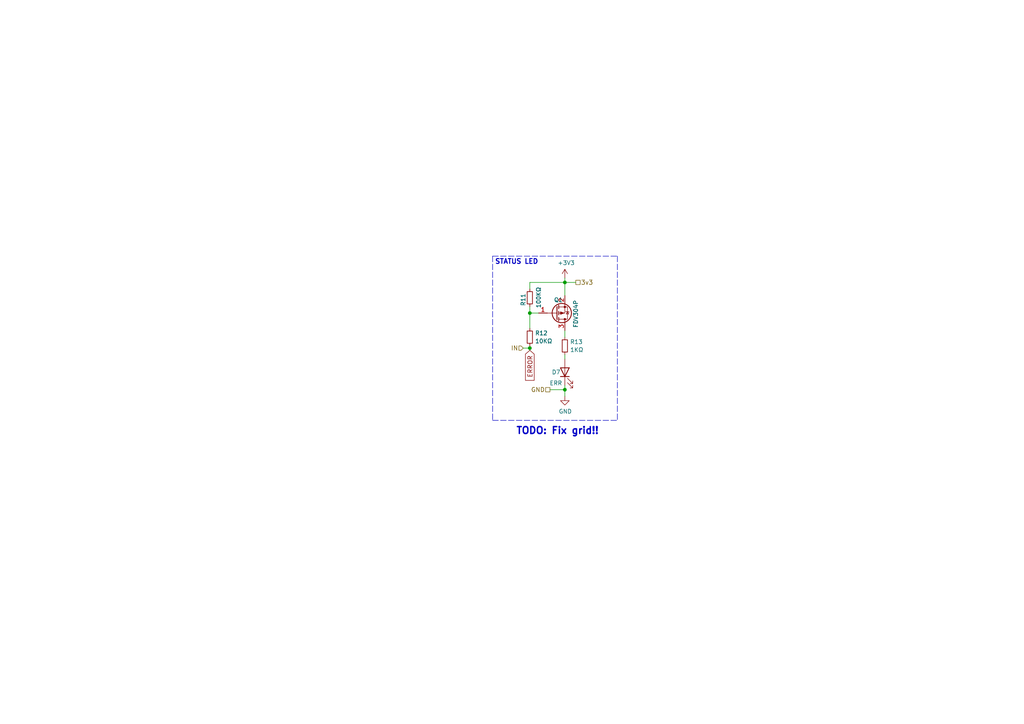
<source format=kicad_sch>
(kicad_sch (version 20211123) (generator eeschema)
  (paper "A4")
  (lib_symbols
    (symbol "Device:LED" (pin_numbers hide) (pin_names (offset 1.016) hide)
      (property "Reference" "D" (at 0 2.54 0))
      (property "Value" "LED" (at 0 -2.54 0))
      (symbol "LED_0_1"
        (polyline (pts (xy -1.27 -1.27) (xy -1.27 1.27)) (stroke (width 0.254)))
        (polyline (pts (xy -1.27 0) (xy 1.27 0)))
        (polyline (pts (xy 1.27 -1.27) (xy 1.27 1.27) (xy -1.27 0) (xy 1.27 -1.27)) (stroke (width 0.254)))
        (polyline (pts (xy -3.048 -0.762) (xy -4.572 -2.286) (xy -3.81 -2.286) (xy -4.572 -2.286) (xy -4.572 -1.524)))
        (polyline (pts (xy -1.778 -0.762) (xy -3.302 -2.286) (xy -2.54 -2.286) (xy -3.302 -2.286) (xy -3.302 -1.524)))
      )
      (symbol "LED_1_1"
        (pin passive line (at -3.81 0 0) (length 2.54) (name "K") (number "1"))
        (pin passive line (at 3.81 0 180) (length 2.54) (name "A") (number "2"))
      )
    )
    (symbol "Device:Q_PMOS_GSD" (pin_names (offset 0) hide)
      (property "Reference" "Q" (at 5.08 1.27 0))
      (property "Value" "Q_PMOS_GSD" (at 5.08 -1.27 0))
      (symbol "Q_PMOS_GSD_0_1"
        (polyline (pts (xy 0.254 0) (xy -2.54 0)))
        (polyline (pts (xy 0.254 1.905) (xy 0.254 -1.905)) (stroke (width 0.254)))
        (polyline (pts (xy 0.762 -1.27) (xy 0.762 -2.286)) (stroke (width 0.254)))
        (polyline (pts (xy 0.762 0.508) (xy 0.762 -0.508)) (stroke (width 0.254)))
        (polyline (pts (xy 0.762 2.286) (xy 0.762 1.27)) (stroke (width 0.254)))
        (polyline (pts (xy 2.54 2.54) (xy 2.54 1.778)))
        (polyline (pts (xy 2.54 -2.54) (xy 2.54 0) (xy 0.762 0)))
        (polyline (pts (xy 0.762 1.778) (xy 3.302 1.778) (xy 3.302 -1.778) (xy 0.762 -1.778)))
        (polyline (pts (xy 2.286 0) (xy 1.27 0.381) (xy 1.27 -0.381) (xy 2.286 0)) (fill (type outline)))
        (polyline (pts (xy 2.794 -0.508) (xy 2.921 -0.381) (xy 3.683 -0.381) (xy 3.81 -0.254)))
        (polyline (pts (xy 3.302 -0.381) (xy 2.921 0.254) (xy 3.683 0.254) (xy 3.302 -0.381)))
        (circle (center 1.651 0) (radius 2.794) (stroke (width 0.254)))
        (circle (center 2.54 -1.778) (radius 0.254) (fill (type outline)))
        (circle (center 2.54 1.778) (radius 0.254) (fill (type outline)))
      )
      (symbol "Q_PMOS_GSD_1_1"
        (pin input line (at -5.08 0 0) (length 2.54) (name "G") (number "1"))
        (pin passive line (at 2.54 -5.08 90) (length 2.54) (name "S") (number "2"))
        (pin passive line (at 2.54 5.08 270) (length 2.54) (name "D") (number "3"))
      )
    )
    (symbol "Device:R_Small" (pin_numbers hide) (pin_names (offset 0.254) hide)
      (property "Reference" "R" (at 0.762 0.508 0))
      (property "Value" "R_Small" (at 0.762 -1.016 0))
      (symbol "R_Small_0_1"
        (rectangle (start -0.762 1.778) (end 0.762 -1.778) (stroke (width 0.2032)))
      )
      (symbol "R_Small_1_1"
        (pin passive line (at 0 2.54 270) (length 0.762) (name "~") (number "1"))
        (pin passive line (at 0 -2.54 90) (length 0.762) (name "~") (number "2"))
      )
    )
    (symbol "power:+3V3" (power) (pin_names (offset 0))
      (property "Value" "+3V3" (at 0 3.556 0))
      (symbol "+3V3_0_1"
        (polyline (pts (xy -0.762 1.27) (xy 0 2.54)))
        (polyline (pts (xy 0 0) (xy 0 2.54)))
        (polyline (pts (xy 0 2.54) (xy 0.762 1.27)))
      )
      (symbol "+3V3_1_1"
        (pin power_in line (at 0 0 90) (length 0) hide (name "+3V3") (number "1"))
      )
    )
    (symbol "power:GND" (power) (pin_names (offset 0))
      (property "Value" "GND" (at 0 -3.81 0))
      (symbol "GND_0_1"
        (polyline (pts (xy 0 0) (xy 0 -1.27) (xy 1.27 -1.27) (xy 0 -2.54) (xy -1.27 -1.27) (xy 0 -1.27)))
      )
      (symbol "GND_1_1"
        (pin power_in line (at 0 0 270) (length 0) hide (name "GND") (number "1"))
      )
    )
  )
  (junction (at 163.83 113.03))
  (junction (at 163.83 81.915))
  (junction (at 153.67 100.965))
  (junction (at 153.67 90.805))
  (wire (pts (xy 159.512 113.03) (xy 163.83 113.03)))
  (wire (pts (xy 153.67 100.965) (xy 153.67 101.6)))
  (wire (pts (xy 163.83 97.79) (xy 163.83 95.885)))
  (wire (pts (xy 153.67 90.805) (xy 156.21 90.805)))
  (wire (pts (xy 163.83 111.76) (xy 163.83 113.03)))
  (wire (pts (xy 163.83 113.03) (xy 163.83 114.935)))
  (wire (pts (xy 153.67 83.82) (xy 153.67 81.915)))
  (wire (pts (xy 153.67 90.805) (xy 153.67 95.25)))
  (wire (pts (xy 163.83 80.645) (xy 163.83 81.915)))
  (polyline (pts (xy 142.875 121.92) (xy 179.07 121.92)))
  (polyline (pts (xy 142.875 74.295) (xy 142.875 121.92)))
  (wire (pts (xy 151.765 100.965) (xy 153.67 100.965)))
  (wire (pts (xy 153.67 100.33) (xy 153.67 100.965)))
  (wire (pts (xy 167.005 81.915) (xy 163.83 81.915)))
  (wire (pts (xy 153.67 88.9) (xy 153.67 90.805)))
  (polyline (pts (xy 142.875 74.295) (xy 179.07 74.295)))
  (wire (pts (xy 163.83 81.915) (xy 163.83 85.725)))
  (wire (pts (xy 163.83 104.14) (xy 163.83 102.87)))
  (polyline (pts (xy 179.07 74.295) (xy 179.07 121.92)))
  (wire (pts (xy 153.67 81.915) (xy 163.83 81.915)))
  (text "TODO: Fix grid!!" (at 149.606 126.238 0) (effects (font (size 2 2) bold) (justify left bottom)))
  (text "STATUS LED" (at 143.51 76.835 0) (effects (font (size 1.397 1.397) (thickness 0.2794) bold) (justify left bottom)))
  (global_label "ERROR" (shape input) (at 153.67 101.6 270) (property "Intersheet References" "${INTERSHEET_REFS}" (effects hide)))
  (hierarchical_label "IN" (shape input) (at 151.765 100.965 180))
  (hierarchical_label "GND" (shape passive) (at 159.512 113.03 180))
  (hierarchical_label "3v3" (shape passive) (at 167.005 81.915 0))
  (symbol (lib_id "Device:Q_PMOS_GSD") (at 161.29 90.805 0) (mirror x) (unit 1)
    (property "Reference" "Q1" (at 160.655 86.995 0) (effects (font (size 1.2 1.2)) (justify left)))
    (property "Value" "FDV304P" (at 167.005 86.995 90) (effects (font (size 1.2 1.2)) (justify left)))
    (property "Footprint" "Package_TO_SOT_SMD:SOT-23W" (effects hide))
    (property "LCSC" "C709971" (effects hide))
  )
  (symbol (lib_id "Device:R_Small") (at 153.67 97.79 0) (mirror y) (unit 1)
    (property "Reference" "R12" (at 155.1686 96.6216 0) (effects (font (size 1.2 1.2)) (justify right)))
    (property "Value" "10KΩ" (at 155.1686 98.933 0) (effects (font (size 1.2 1.2)) (justify right)))
    (property "Footprint" "Resistor_SMD:R_0603_1608Metric" (effects hide))
    (property "LCSC" "C25612" (effects hide))
  )
  (symbol (lib_id "Device:LED") (at 163.83 107.95 90) (unit 1)
    (property "Reference" "D7" (at 160.02 107.95 90) (effects (font (size 1.2 1.2)) (justify right)))
    (property "Value" "ERR" (at 159.385 111.125 90) (effects (font (size 1.2 1.2)) (justify right)))
    (property "Footprint" "LED_SMD:LED_0603_1608Metric" (effects hide))
    (property "Digikey" "160-1445-1-ND" (effects hide))
  )
  (symbol (lib_id "power:+3V3") (at 163.83 80.645 0) (unit 1)
    (property "Reference" "#PWR042" (effects hide))
    (property "Value" "+3V3" (at 164.211 76.2508 0) (effects (font (size 1.2 1.2))))
  )
  (symbol (lib_id "Device:R_Small") (at 163.83 100.33 180) (unit 1)
    (property "Reference" "R13" (at 165.3286 99.1616 0) (effects (font (size 1.2 1.2)) (justify right)))
    (property "Value" "1KΩ" (at 165.3286 101.473 0) (effects (font (size 1.2 1.2)) (justify right)))
    (property "Footprint" "Resistor_SMD:R_0603_1608Metric" (effects hide))
    (property "LCSC" "C14676" (effects hide))
  )
  (symbol (lib_id "Device:R_Small") (at 153.67 86.36 0) (mirror y) (unit 1)
    (property "Reference" "R11" (at 151.765 85.09 90) (effects (font (size 1.2 1.2)) (justify right)))
    (property "Value" "100KΩ" (at 156.21 83.185 90) (effects (font (size 1.2 1.2)) (justify right)))
    (property "Footprint" "Resistor_SMD:R_0603_1608Metric" (effects hide))
    (property "LCSC" "C25803" (effects hide))
  )
  (symbol (lib_id "power:GND") (at 163.83 114.935 0) (unit 1)
    (property "Reference" "#PWR043" (effects hide))
    (property "Value" "GND" (at 163.957 119.3292 0) (effects (font (size 1.2 1.2))))
  )
)
</source>
